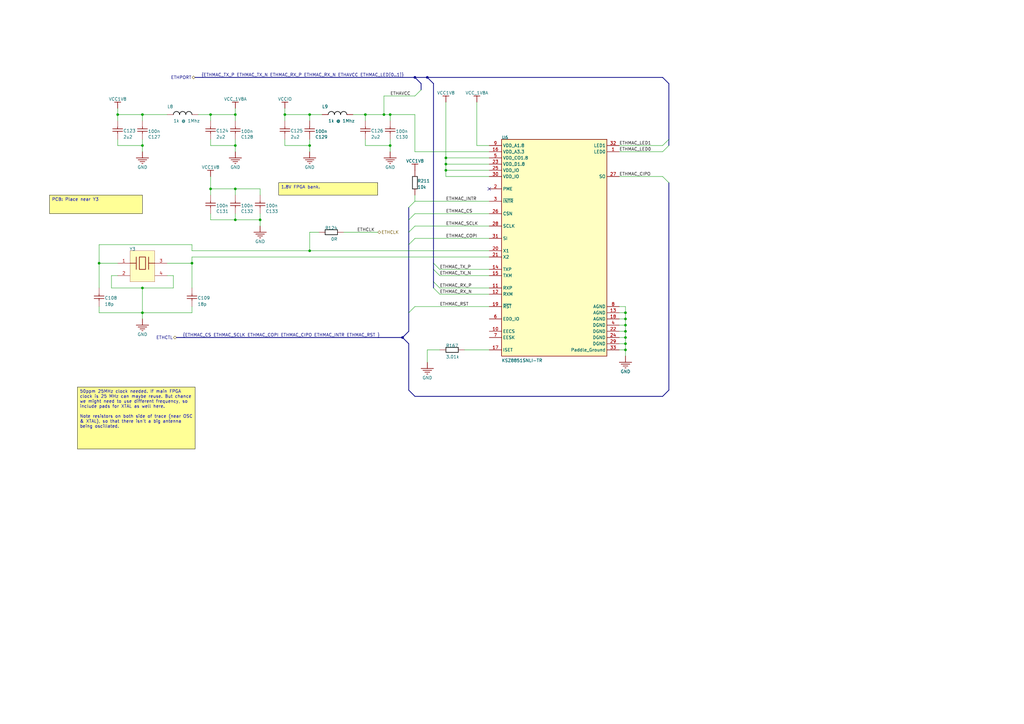
<source format=kicad_sch>
(kicad_sch (version 20231120) (generator "eeschema") (generator_version "8.0")
  (paper "A3")
  (title_block (title "NAE-SONATA-ONE") (date "2024-08-16") (rev "10") (company "NewAE Technology") (comment 2 "Apache-2"))
  (lib_symbols
    (symbol "SONATA-ONE-symbols:GND_POWER_GROUND" (power)
      (property "Reference" "#PWR" (at 0 0 0))
      (property "Value" "GND" (at 0 6.35 0))
      (symbol "GND_POWER_GROUND_0_0"
        (polyline (pts (xy -2.54 -2.54) (xy 2.54 -2.54)) (stroke (width 0.254)))
        (polyline (pts (xy -1.778 -3.302) (xy 1.778 -3.302)) (stroke (width 0.254)))
        (polyline (pts (xy -1.016 -4.064) (xy 1.016 -4.064)) (stroke (width 0.254)))
        (polyline (pts (xy -0.254 -4.826) (xy 0.254 -4.826)) (stroke (width 0.254)))
        (polyline (pts (xy 0 0) (xy 0 -2.54)) (stroke (width 0.254)))
        (pin power_in line (at 0 0 0) (length 0) hide (name "GND") (number ""))
      )
    )
    (symbol "SONATA-ONE-symbols:VCC1V8_BAR" (power)
      (property "Reference" "#PWR" (at 0 0 0))
      (property "Value" "VCC1V8" (at 0 3.81 0))
      (symbol "VCC1V8_BAR_0_0"
        (polyline (pts (xy -1.27 -2.54) (xy 1.27 -2.54)) (stroke (width 0.254)))
        (polyline (pts (xy 0 0) (xy 0 -2.54)) (stroke (width 0.254)))
        (pin power_in line (at 0 0 0) (length 0) hide (name "VCC1V8") (number ""))
      )
    )
    (symbol "SONATA-ONE-symbols:VCCIO_BAR" (power)
      (property "Reference" "#PWR" (at 0 0 0))
      (property "Value" "VCCIO" (at 0 3.81 0))
      (symbol "VCCIO_BAR_0_0"
        (polyline (pts (xy -1.27 -2.54) (xy 1.27 -2.54)) (stroke (width 0.254)))
        (polyline (pts (xy 0 0) (xy 0 -2.54)) (stroke (width 0.254)))
        (pin power_in line (at 0 0 0) (length 0) hide (name "VCCIO") (number ""))
      )
    )
    (symbol "SONATA-ONE-symbols:VCC_1V8A_BAR" (power)
      (property "Reference" "#PWR" (at 0 0 0))
      (property "Value" "VCC_1V8A" (at 0 3.81 0))
      (symbol "VCC_1V8A_BAR_0_0"
        (polyline (pts (xy -1.27 -2.54) (xy 1.27 -2.54)) (stroke (width 0.254)))
        (polyline (pts (xy 0 0) (xy 0 -2.54)) (stroke (width 0.254)))
        (pin power_in line (at 0 0 0) (length 0) hide (name "VCC_1V8A") (number ""))
      )
    )
    (symbol "SONATA-ONE-symbols:root_0_1954b1b3eed228fd5e2ba5f863c4309"
      (symbol "root_0_1954b1b3eed228fd5e2ba5f863c4309_1_0"
        (rectangle (start 48.26 2.54) (end 5.08 -86.36) (stroke (width 0.254) (color 128 0 0 1)) (fill (type background)))
        (pin output line (at 53.34 -2.54 180) (length 5.08) (name "LED0") (number "1"))
        (pin input line (at 0 -76.2 0) (length 5.08) (name "EECS") (number "10"))
        (pin bidirectional line (at 0 -58.42 0) (length 5.08) (name "RXP") (number "11"))
        (pin bidirectional line (at 0 -60.96 0) (length 5.08) (name "RXM") (number "12"))
        (pin power_in line (at 53.34 -68.58 180) (length 5.08) (name "AGND") (number "13"))
        (pin bidirectional line (at 0 -50.8 0) (length 5.08) (name "TXP") (number "14"))
        (pin bidirectional line (at 0 -53.34 0) (length 5.08) (name "TXM") (number "15"))
        (pin power_in line (at 0 -2.54 0) (length 5.08) (name "VDD_A3.3") (number "16"))
        (pin output line (at 0 -83.82 0) (length 5.08) (name "ISET") (number "17"))
        (pin power_in line (at 53.34 -71.12 180) (length 5.08) (name "AGND") (number "18"))
        (pin input line (at 0 -66.04 0) (length 5.08) (name "~{RST}") (number "19"))
        (pin input line (at 0 -17.78 0) (length 5.08) (name "PME") (number "2"))
        (pin input line (at 0 -43.18 0) (length 5.08) (name "X1") (number "20"))
        (pin output line (at 0 -45.72 0) (length 5.08) (name "X2") (number "21"))
        (pin power_in line (at 53.34 -76.2 180) (length 5.08) (name "DGND") (number "22"))
        (pin power_in line (at 0 -7.62 0) (length 5.08) (name "VDD_D1.8") (number "23"))
        (pin power_in line (at 53.34 -78.74 180) (length 5.08) (name "DGND") (number "24"))
        (pin power_in line (at 0 -10.16 0) (length 5.08) (name "VDD_IO") (number "25"))
        (pin input line (at 0 -27.94 0) (length 5.08) (name "CSN") (number "26"))
        (pin output line (at 53.34 -12.7 180) (length 5.08) (name "SO") (number "27"))
        (pin input line (at 0 -33.02 0) (length 5.08) (name "SCLK") (number "28"))
        (pin power_in line (at 53.34 -81.28 180) (length 5.08) (name "DGND") (number "29"))
        (pin input line (at 0 -22.86 0) (length 5.08) (name "~{INTR}") (number "3"))
        (pin power_in line (at 0 -12.7 0) (length 5.08) (name "VDD_IO") (number "30"))
        (pin input line (at 0 -38.1 0) (length 5.08) (name "SI") (number "31"))
        (pin output line (at 53.34 0 180) (length 5.08) (name "LED1") (number "32"))
        (pin passive line (at 53.34 -83.82 180) (length 5.08) (name "Paddle_Ground") (number "33"))
        (pin power_in line (at 53.34 -73.66 180) (length 5.08) (name "DGND") (number "4"))
        (pin power_in line (at 0 -5.08 0) (length 5.08) (name "VDD_CO1.8") (number "5"))
        (pin bidirectional line (at 0 -71.12 0) (length 5.08) (name "EDD_IO") (number "6"))
        (pin input line (at 0 -78.74 0) (length 5.08) (name "EESK") (number "7"))
        (pin power_in line (at 53.34 -66.04 180) (length 5.08) (name "AGND") (number "8"))
        (pin power_in line (at 0 0 0) (length 5.08) (name "VDD_A1.8") (number "9"))
      )
    )
    (symbol "SONATA-ONE-symbols:root_0_CAP"
      (symbol "root_0_CAP_1_0"
        (polyline (pts (xy -2.032 1.778) (xy 2.032 1.778)) (stroke (width 0.254)))
        (polyline (pts (xy 0 0) (xy 0 0.762)) (stroke (width 0.254)))
        (polyline (pts (xy 0 2.54) (xy 0 1.778)) (stroke (width 0.254)))
        (polyline (pts (xy 2.032 0.762) (xy -2.032 0.762)) (stroke (width 0.254)))
        (pin passive line (at 0 5.08 270) (length 2.54) (name "1") (number "1"))
        (pin passive line (at 0 -2.54 90) (length 2.54) (name "2") (number "2"))
      )
    )
    (symbol "SONATA-ONE-symbols:root_0_H130B-12.000-16-2525-EXT-TR"
      (symbol "root_0_H130B-12.000-16-2525-EXT-TR_1_0"
        (polyline (pts (xy 5.08 0) (xy 7.62 0)) (stroke (width 0.254)))
        (polyline (pts (xy 7.62 2.54) (xy 7.62 -2.54)) (stroke (width 0.254)))
        (polyline (pts (xy 12.7 0) (xy 15.24 0)) (stroke (width 0.254)))
        (polyline (pts (xy 12.7 2.54) (xy 12.7 -2.54)) (stroke (width 0.254)))
        (polyline (pts (xy 8.89 2.54) (xy 8.89 -2.54) (xy 11.43 -2.54) (xy 11.43 2.54) (xy 8.89 2.54)) (stroke (width 0.254)))
        (rectangle (start 15.24 5.08) (end 5.08 -7.62) (stroke (width 0.0254) (color 128 0 0 1)) (fill (type background)))
        (pin passive line (at 0 0 0) (length 5.08) (name "1") (number "1"))
        (pin passive line (at 0 -5.08 0) (length 5.08) (name "2") (number "2"))
        (pin passive line (at 20.32 0 180) (length 5.08) (name "3") (number "3"))
        (pin passive line (at 20.32 -5.08 180) (length 5.08) (name "4") (number "4"))
      )
    )
    (symbol "SONATA-ONE-symbols:root_0_IND"
      (symbol "root_0_IND_1_0"
        (arc (start -2.54 0) (mid -3.81 1.27) (end -5.08 0) (stroke (width 0.254) (color 0 0 0 1)))
        (arc (start 0 0) (mid -1.27 1.27) (end -2.54 0) (stroke (width 0.254) (color 0 0 0 1)))
        (arc (start 2.54 0) (mid 1.27 1.27) (end 0 0) (stroke (width 0.254) (color 0 0 0 1)))
        (pin passive line (at -7.62 0 0) (length 2.54) (name "1") (number "1"))
        (pin passive line (at 5.08 0 180) (length 2.54) (name "2") (number "2"))
      )
    )
    (symbol "SONATA-ONE-symbols:root_0_RES-EU"
      (symbol "root_0_RES-EU_1_0"
        (rectangle (start 1.016 2.54) (end -1.016 -2.54) (stroke (width 0.254) (color 0 0 0 1)))
        (pin passive line (at 0 5.08 270) (length 2.54) (name "1") (number "1"))
        (pin passive line (at 0 -5.08 90) (length 2.54) (name "2") (number "2"))
      )
    )
    (symbol "SONATA-ONE-symbols:root_1_RES-EU"
      (symbol "root_1_RES-EU_1_0"
        (rectangle (start 2.54 1.016) (end -2.54 -1.016) (stroke (width 0.254) (color 0 0 0 1)))
        (pin passive line (at -5.08 0 0) (length 2.54) (name "1") (number "1"))
        (pin passive line (at 5.08 0 180) (length 2.54) (name "2") (number "2"))
      )
    )
  )
  (junction (at 256.54 135.89))
  (junction (at 256.54 133.35))
  (junction (at 48.26 46.99))
  (junction (at 165.1 138.43))
  (junction (at 175.26 31.75))
  (junction (at 86.36 77.47))
  (junction (at 160.02 59.69))
  (junction (at 58.42 128.27))
  (junction (at 182.88 64.77))
  (junction (at 116.84 46.99))
  (junction (at 106.68 90.17))
  (junction (at 160.02 46.99))
  (junction (at 149.86 46.99))
  (junction (at 58.42 46.99))
  (junction (at 127 102.87))
  (junction (at 96.52 77.47))
  (junction (at 256.54 143.51))
  (junction (at 86.36 46.99))
  (junction (at 96.52 90.17))
  (junction (at 256.54 128.27))
  (junction (at 127 46.99))
  (junction (at 96.52 46.99))
  (junction (at 58.42 118.11))
  (junction (at 256.54 138.43))
  (junction (at 96.52 59.69))
  (junction (at 182.88 67.31))
  (junction (at 256.54 140.97))
  (junction (at 182.88 69.85))
  (junction (at 127 59.69))
  (junction (at 256.54 130.81))
  (junction (at 58.42 59.69))
  (junction (at 170.18 31.75))
  (junction (at 40.64 107.95))
  (junction (at 78.74 107.95))
  (junction (at 157.48 46.99))
  (no_connect (at 200.66 77.47))
  (bus_entry (at 177.8 107.95) (size 2.54 2.54))
  (bus_entry (at 170.18 97.79) (size -2.54 2.54))
  (bus_entry (at 170.18 82.55) (size -2.54 2.54))
  (bus_entry (at 271.78 59.69) (size 2.54 -2.54))
  (bus_entry (at 170.18 92.71) (size -2.54 2.54))
  (bus_entry (at 170.18 87.63) (size -2.54 2.54))
  (bus_entry (at 170.18 125.73) (size -2.54 2.54))
  (bus_entry (at 177.8 110.49) (size 2.54 2.54))
  (bus_entry (at 271.78 72.39) (size 2.54 2.54))
  (bus_entry (at 177.8 115.57) (size 2.54 2.54))
  (bus_entry (at 271.78 62.23) (size 2.54 -2.54))
  (bus_entry (at 177.8 118.11) (size 2.54 2.54))
  (bus_entry (at 170.18 39.37) (size 2.54 -2.54))
  (bus (pts (xy 170.18 31.75) (xy 175.26 31.75)))
  (wire (pts (xy 195.58 59.69) (xy 195.58 41.91)))
  (wire (pts (xy 86.36 59.69) (xy 96.52 59.69)))
  (wire (pts (xy 200.66 69.85) (xy 182.88 69.85)))
  (wire (pts (xy 170.18 46.99) (xy 160.02 46.99)))
  (bus (pts (xy 172.72 34.29) (xy 170.18 31.75)))
  (wire (pts (xy 71.12 118.11) (xy 71.12 113.03)))
  (wire (pts (xy 48.26 57.15) (xy 48.26 59.69)))
  (bus (pts (xy 72.39 138.43) (xy 165.1 138.43)))
  (wire (pts (xy 200.66 143.51) (xy 190.5 143.51)))
  (wire (pts (xy 170.18 125.73) (xy 200.66 125.73)))
  (wire (pts (xy 170.18 87.63) (xy 200.66 87.63)))
  (wire (pts (xy 254 135.89) (xy 256.54 135.89)))
  (wire (pts (xy 170.18 82.55) (xy 200.66 82.55)))
  (wire (pts (xy 254 130.81) (xy 256.54 130.81)))
  (wire (pts (xy 144.78 46.99) (xy 149.86 46.99)))
  (wire (pts (xy 71.12 113.03) (xy 68.58 113.03)))
  (wire (pts (xy 86.36 90.17) (xy 86.36 87.63)))
  (bus (pts (xy 274.32 74.93) (xy 274.32 160.02)))
  (wire (pts (xy 116.84 44.45) (xy 116.84 46.99)))
  (wire (pts (xy 132.08 46.99) (xy 127 46.99)))
  (wire (pts (xy 78.74 107.95) (xy 68.58 107.95)))
  (bus (pts (xy 274.32 57.15) (xy 274.32 59.69)))
  (wire (pts (xy 116.84 46.99) (xy 116.84 49.53)))
  (wire (pts (xy 127 102.87) (xy 78.74 102.87)))
  (wire (pts (xy 58.42 118.11) (xy 58.42 128.27)))
  (bus (pts (xy 167.64 160.02) (xy 167.64 140.97)))
  (wire (pts (xy 200.66 113.03) (xy 180.34 113.03)))
  (bus (pts (xy 170.18 162.56) (xy 167.64 160.02)))
  (wire (pts (xy 149.86 57.15) (xy 149.86 59.69)))
  (bus (pts (xy 172.72 36.83) (xy 172.72 34.29)))
  (wire (pts (xy 86.36 77.47) (xy 86.36 72.39)))
  (wire (pts (xy 58.42 59.69) (xy 58.42 57.15)))
  (wire (pts (xy 116.84 57.15) (xy 116.84 59.69)))
  (wire (pts (xy 256.54 143.51) (xy 256.54 146.05)))
  (wire (pts (xy 170.18 80.01) (xy 170.18 82.55)))
  (wire (pts (xy 200.66 72.39) (xy 182.88 72.39)))
  (wire (pts (xy 106.68 90.17) (xy 106.68 92.71)))
  (wire (pts (xy 106.68 90.17) (xy 96.52 90.17)))
  (wire (pts (xy 254 143.51) (xy 256.54 143.51)))
  (bus (pts (xy 274.32 34.29) (xy 274.32 57.15)))
  (wire (pts (xy 200.66 105.41) (xy 78.74 105.41)))
  (wire (pts (xy 182.88 69.85) (xy 182.88 67.31)))
  (wire (pts (xy 170.18 62.23) (xy 170.18 46.99)))
  (wire (pts (xy 48.26 46.99) (xy 48.26 49.53)))
  (wire (pts (xy 140.97 95.25) (xy 154.94 95.25)))
  (wire (pts (xy 149.86 59.69) (xy 160.02 59.69)))
  (wire (pts (xy 40.64 100.33) (xy 78.74 100.33)))
  (bus (pts (xy 167.64 95.25) (xy 167.64 100.33)))
  (wire (pts (xy 58.42 46.99) (xy 58.42 49.53)))
  (wire (pts (xy 96.52 46.99) (xy 96.52 44.45)))
  (wire (pts (xy 127 57.15) (xy 127 59.69)))
  (wire (pts (xy 96.52 87.63) (xy 96.52 90.17)))
  (wire (pts (xy 40.64 100.33) (xy 40.64 107.95)))
  (wire (pts (xy 96.52 90.17) (xy 86.36 90.17)))
  (wire (pts (xy 182.88 64.77) (xy 182.88 67.31)))
  (wire (pts (xy 200.66 102.87) (xy 127 102.87)))
  (wire (pts (xy 149.86 49.53) (xy 149.86 46.99)))
  (wire (pts (xy 200.66 62.23) (xy 170.18 62.23)))
  (wire (pts (xy 96.52 46.99) (xy 96.52 49.53)))
  (wire (pts (xy 127 46.99) (xy 127 49.53)))
  (wire (pts (xy 157.48 46.99) (xy 157.48 39.37)))
  (bus (pts (xy 177.8 34.29) (xy 175.26 31.75)))
  (wire (pts (xy 86.36 57.15) (xy 86.36 59.69)))
  (bus (pts (xy 177.8 110.49) (xy 177.8 107.95)))
  (wire (pts (xy 256.54 138.43) (xy 256.54 140.97)))
  (wire (pts (xy 58.42 118.11) (xy 71.12 118.11)))
  (wire (pts (xy 48.26 59.69) (xy 58.42 59.69)))
  (bus (pts (xy 177.8 107.95) (xy 177.8 34.29)))
  (wire (pts (xy 254 72.39) (xy 271.78 72.39)))
  (wire (pts (xy 254 62.23) (xy 271.78 62.23)))
  (wire (pts (xy 86.36 46.99) (xy 96.52 46.99)))
  (wire (pts (xy 45.72 118.11) (xy 58.42 118.11)))
  (wire (pts (xy 175.26 148.59) (xy 175.26 143.51)))
  (wire (pts (xy 157.48 46.99) (xy 160.02 46.99)))
  (wire (pts (xy 170.18 92.71) (xy 200.66 92.71)))
  (wire (pts (xy 254 125.73) (xy 256.54 125.73)))
  (wire (pts (xy 40.64 118.11) (xy 40.64 107.95)))
  (wire (pts (xy 86.36 49.53) (xy 86.36 46.99)))
  (wire (pts (xy 78.74 128.27) (xy 58.42 128.27)))
  (wire (pts (xy 160.02 62.23) (xy 160.02 59.69)))
  (wire (pts (xy 78.74 118.11) (xy 78.74 107.95)))
  (bus (pts (xy 175.26 31.75) (xy 271.78 31.75)))
  (wire (pts (xy 254 133.35) (xy 256.54 133.35)))
  (wire (pts (xy 40.64 128.27) (xy 40.64 125.73)))
  (wire (pts (xy 182.88 64.77) (xy 182.88 41.91)))
  (wire (pts (xy 256.54 128.27) (xy 256.54 130.81)))
  (wire (pts (xy 256.54 140.97) (xy 256.54 143.51)))
  (wire (pts (xy 256.54 130.81) (xy 256.54 133.35)))
  (bus (pts (xy 271.78 162.56) (xy 170.18 162.56)))
  (wire (pts (xy 48.26 113.03) (xy 45.72 113.03)))
  (bus (pts (xy 167.64 128.27) (xy 167.64 135.89)))
  (wire (pts (xy 127 95.25) (xy 127 102.87)))
  (wire (pts (xy 48.26 44.45) (xy 48.26 46.99)))
  (wire (pts (xy 170.18 97.79) (xy 200.66 97.79)))
  (bus (pts (xy 167.64 90.17) (xy 167.64 95.25)))
  (wire (pts (xy 200.66 120.65) (xy 180.34 120.65)))
  (wire (pts (xy 256.54 135.89) (xy 256.54 138.43)))
  (bus (pts (xy 167.64 135.89) (xy 165.1 138.43)))
  (wire (pts (xy 116.84 46.99) (xy 127 46.99)))
  (wire (pts (xy 175.26 143.51) (xy 180.34 143.51)))
  (wire (pts (xy 48.26 46.99) (xy 58.42 46.99)))
  (wire (pts (xy 106.68 80.01) (xy 106.68 77.47)))
  (wire (pts (xy 200.66 59.69) (xy 195.58 59.69)))
  (wire (pts (xy 45.72 113.03) (xy 45.72 118.11)))
  (wire (pts (xy 254 128.27) (xy 256.54 128.27)))
  (wire (pts (xy 40.64 107.95) (xy 48.26 107.95)))
  (wire (pts (xy 78.74 102.87) (xy 78.74 100.33)))
  (wire (pts (xy 160.02 46.99) (xy 160.02 49.53)))
  (bus (pts (xy 165.1 138.43) (xy 167.64 140.97)))
  (wire (pts (xy 78.74 125.73) (xy 78.74 128.27)))
  (wire (pts (xy 58.42 62.23) (xy 58.42 59.69)))
  (bus (pts (xy 177.8 118.11) (xy 177.8 115.57)))
  (wire (pts (xy 160.02 59.69) (xy 160.02 57.15)))
  (bus (pts (xy 177.8 115.57) (xy 177.8 110.49)))
  (wire (pts (xy 78.74 105.41) (xy 78.74 107.95)))
  (wire (pts (xy 81.28 46.99) (xy 86.36 46.99)))
  (wire (pts (xy 96.52 77.47) (xy 86.36 77.47)))
  (wire (pts (xy 106.68 77.47) (xy 96.52 77.47)))
  (wire (pts (xy 116.84 59.69) (xy 127 59.69)))
  (wire (pts (xy 200.66 67.31) (xy 182.88 67.31)))
  (wire (pts (xy 58.42 46.99) (xy 68.58 46.99)))
  (wire (pts (xy 58.42 128.27) (xy 58.42 130.81)))
  (wire (pts (xy 96.52 62.23) (xy 96.52 59.69)))
  (wire (pts (xy 256.54 125.73) (xy 256.54 128.27)))
  (wire (pts (xy 86.36 77.47) (xy 86.36 80.01)))
  (wire (pts (xy 200.66 64.77) (xy 182.88 64.77)))
  (bus (pts (xy 274.32 34.29) (xy 271.78 31.75)))
  (wire (pts (xy 254 59.69) (xy 271.78 59.69)))
  (bus (pts (xy 167.64 85.09) (xy 167.64 90.17)))
  (bus (pts (xy 80.01 31.75) (xy 170.18 31.75)))
  (wire (pts (xy 254 140.97) (xy 256.54 140.97)))
  (wire (pts (xy 96.52 59.69) (xy 96.52 57.15)))
  (bus (pts (xy 167.64 100.33) (xy 167.64 128.27)))
  (wire (pts (xy 127 95.25) (xy 130.81 95.25)))
  (wire (pts (xy 96.52 80.01) (xy 96.52 77.47)))
  (wire (pts (xy 200.66 118.11) (xy 180.34 118.11)))
  (wire (pts (xy 200.66 110.49) (xy 180.34 110.49)))
  (wire (pts (xy 157.48 39.37) (xy 170.18 39.37)))
  (wire (pts (xy 254 138.43) (xy 256.54 138.43)))
  (wire (pts (xy 256.54 133.35) (xy 256.54 135.89)))
  (bus (pts (xy 274.32 160.02) (xy 271.78 162.56)))
  (wire (pts (xy 182.88 72.39) (xy 182.88 69.85)))
  (wire (pts (xy 127 59.69) (xy 127 62.23)))
  (wire (pts (xy 149.86 46.99) (xy 157.48 46.99)))
  (wire (pts (xy 106.68 87.63) (xy 106.68 90.17)))
  (wire (pts (xy 58.42 128.27) (xy 40.64 128.27)))
  (text_box "50ppm 25MHz clock needed. If main FPGA clock is 25 MHz can maybe reuse. But chance we might need to use different frequency, so include pads for XTAL as well here.\n\nNote resistors on both side of trace (near OSC & XTAL), so that there isn't a big antenna being oscillated." (at 31.75 158.75 0) (size 48.26 25.4) (stroke (width 0) (color 0 0 0 1)) (fill (type color) (color 255 255 150 1)) (effects (font (size 1.27 1.27)) (justify left top)))
  (text_box "1.8V FPGA bank." (at 114.3 74.93 0) (size 40.64 5.08) (stroke (width 0) (color 0 0 0 1)) (fill (type color) (color 255 255 150 1)) (effects (font (size 1.27 1.27)) (justify left top)))
  (text_box "PCB: Place near Y3" (at 58.42 80.01 0) (size -38.1 7.62) (stroke (width 0) (color 0 0 0 1)) (fill (type color) (color 255 255 150 1)) (effects (font (size 1.27 1.27)) (justify left top)))
  (label "ETHMAC_RX_P" (at 180.34 118.11 0))
  (label "ETHMAC_CS" (at 182.88 87.63 0))
  (label "ETHMAC_TX_P" (at 180.34 110.49 0))
  (label "ETHMAC_LED1" (at 254 59.69 0))
  (label "ETHMAC_INTR" (at 182.88 82.55 0))
  (label "{ETHMAC_CS ETHMAC_SCLK ETHMAC_COPI ETHMAC_CIPO ETHMAC_INTR ETHMAC_RST }" (at 74.93 138.43 0))
  (label "ETHCLK" (at 153.67 95.25 180))
  (label "ETHMAC_CIPO" (at 254 72.39 0))
  (label "ETHAVCC" (at 160.02 39.37 0))
  (label "ETHMAC_RST" (at 180.34 125.73 0))
  (label "{ETHMAC_TX_P ETHMAC_TX_N ETHMAC_RX_P ETHMAC_RX_N ETHAVCC ETHMAC_LED[0..1]}" (at 82.55 31.75 0))
  (label "ETHMAC_TX_N" (at 180.34 113.03 0))
  (label "ETHMAC_LED0" (at 254 62.23 0))
  (label "ETHMAC_SCLK" (at 182.88 92.71 0))
  (label "ETHMAC_RX_N" (at 180.34 120.65 0))
  (label "ETHMAC_COPI" (at 182.88 97.79 0))
  (hierarchical_label "ETHCTL" (shape bidirectional) (at 72.39 138.43 180))
  (hierarchical_label "ETHCLK" (shape bidirectional) (at 154.94 95.25 0))
  (hierarchical_label "ETHPORT" (shape bidirectional) (at 80.01 31.75 180))
  (symbol (lib_id "SONATA-ONE-symbols:root_1_RES-EU") (at 185.42 143.51 0) (unit 1)
    (property "Reference" "R167" (at 182.88 142.494 0) (effects (justify left bottom)))
    (property "Value" "3.01k" (at 182.88 147.066 0) (effects (justify left bottom)))
    (property "Footprint" "SONATA-ONE-LIBRARY:RESC1005X40N" (effects (hide yes)))
    (property "Description" "10k res, 0402, 1%, 1/16W" (effects (hide yes)))
    (property "MANUFACTURE PART NUMBER 1" "RC0402FR-073K01L" (effects (hide yes)))
  )
  (symbol (lib_id "SONATA-ONE-symbols:GND_POWER_GROUND") (at 58.42 130.81 0) (unit 1)
    (property "Reference" "#PWR0173" (effects (hide yes)))
    (property "Value" "GND" (at 58.42 137.16 0))
    (property "Description" "Power symbol creates a global label with name 'GND'" (effects (hide yes)))
  )
  (symbol (lib_id "SONATA-ONE-symbols:VCC1V8_BAR") (at 48.26 44.45 180) (unit 1)
    (property "Reference" "#PWR0171" (effects (hide yes)))
    (property "Value" "VCC1V8" (at 48.26 40.64 0))
    (property "Description" "Power symbol creates a global label with name 'VCC1V8'" (effects (hide yes)))
  )
  (symbol (lib_id "SONATA-ONE-symbols:root_0_RES-EU") (at 170.18 74.93 0) (unit 1)
    (property "Reference" "R211" (at 171.196 74.93 0) (effects (justify left bottom)))
    (property "Value" "10k" (at 171.196 77.47 0) (effects (justify left bottom)))
    (property "Footprint" "SONATA-ONE-LIBRARY:RESC1005X40N" (effects (hide yes)))
    (property "Description" "10k res, 0402, 1%, 1/16W" (effects (hide yes)))
    (property "MANUFACTURE PART NUMBER 1" "RC0402FR-0710KL" (effects (hide yes)))
  )
  (symbol (lib_id "SONATA-ONE-symbols:GND_POWER_GROUND") (at 256.54 146.05 0) (unit 1)
    (property "Reference" "#PWR0188" (effects (hide yes)))
    (property "Value" "GND" (at 256.54 152.4 0))
    (property "Description" "Power symbol creates a global label with name 'GND'" (effects (hide yes)))
  )
  (symbol (lib_id "SONATA-ONE-symbols:root_0_CAP") (at 116.84 54.61 0) (unit 1)
    (property "Reference" "C125" (at 119.126 54.356 0) (effects (justify left bottom)))
    (property "Value" "2u2" (at 119.126 56.896 0) (effects (justify left bottom)))
    (property "Footprint" "SONATA-ONE-LIBRARY:CAPC0603_M" (effects (hide yes)))
    (property "Description" "100n, 0402" (effects (hide yes)))
    (property "MANUFACTURE PART NUMBER 1" "CL10B225KP8NNNC" (effects (hide yes)))
  )
  (symbol (lib_id "SONATA-ONE-symbols:root_0_CAP") (at 48.26 54.61 0) (unit 1)
    (property "Reference" "C123" (at 50.546 54.356 0) (effects (justify left bottom)))
    (property "Value" "2u2" (at 50.546 56.896 0) (effects (justify left bottom)))
    (property "Footprint" "SONATA-ONE-LIBRARY:CAPC0603_M" (effects (hide yes)))
    (property "Description" "100n, 0402" (effects (hide yes)))
    (property "MANUFACTURE PART NUMBER 1" "CL10B225KP8NNNC" (effects (hide yes)))
  )
  (symbol (lib_id "SONATA-ONE-symbols:root_0_CAP") (at 96.52 85.09 0) (unit 1)
    (property "Reference" "C132" (at 98.806 87.376 0) (effects (justify left bottom)))
    (property "Value" "100n" (at 98.806 85.09 0) (effects (justify left bottom)))
    (property "Footprint" "SONATA-ONE-LIBRARY:CAPC0402_M" (effects (hide yes)))
    (property "Description" "100n, 0402" (effects (hide yes)))
  )
  (symbol (lib_id "SONATA-ONE-symbols:VCC1V8_BAR") (at 86.36 72.39 180) (unit 1)
    (property "Reference" "#PWR0174" (effects (hide yes)))
    (property "Value" "VCC1V8" (at 86.36 68.58 0))
    (property "Description" "Power symbol creates a global label with name 'VCC1V8'" (effects (hide yes)))
  )
  (symbol (lib_id "SONATA-ONE-symbols:root_0_IND") (at 139.7 46.99 0) (unit 1)
    (property "Reference" "L9" (at 132.08 44.45 0) (effects (justify left bottom)))
    (property "Value" "1k @ 1Mhz" (at 134.62 50.292 0) (effects (justify left bottom)))
    (property "Footprint" "SONATA-ONE-LIBRARY:IND_0603" (effects (hide yes)))
    (property "Description" "fixed ind, ferrite, shielded" (effects (hide yes)))
    (property "MANUFACTURE PART NUMBER 1" "FBMH1608HM102-T\nFBMH1608HM102-T\nFBMH1608HM102-T\nFBMH1608HM102-T" (effects (hide yes)))
  )
  (symbol (lib_id "SONATA-ONE-symbols:root_0_CAP") (at 78.74 123.19 0) (unit 1)
    (property "Reference" "C109" (at 81.026 122.936 0) (effects (justify left bottom)))
    (property "Value" "18p" (at 81.026 125.476 0) (effects (justify left bottom)))
    (property "Footprint" "SONATA-ONE-LIBRARY:CAPC0402_M" (effects (hide yes)))
    (property "Description" "100n, 0402" (effects (hide yes)))
    (property "MANUFACTURE PART NUMBER 1" "GRM1555C1H180JA01D" (effects (hide yes)))
  )
  (symbol (lib_id "SONATA-ONE-symbols:GND_POWER_GROUND") (at 175.26 148.59 0) (unit 1)
    (property "Reference" "#PWR0185" (effects (hide yes)))
    (property "Value" "GND" (at 175.26 154.94 0))
    (property "Description" "Power symbol creates a global label with name 'GND'" (effects (hide yes)))
  )
  (symbol (lib_id "SONATA-ONE-symbols:root_0_IND") (at 76.2 46.99 0) (unit 1)
    (property "Reference" "L8" (at 68.58 44.45 0) (effects (justify left bottom)))
    (property "Value" "1k @ 1Mhz" (at 71.12 50.292 0) (effects (justify left bottom)))
    (property "Footprint" "SONATA-ONE-LIBRARY:IND_0603" (effects (hide yes)))
    (property "Description" "fixed ind, ferrite, shielded" (effects (hide yes)))
    (property "MANUFACTURE PART NUMBER 1" "FBMH1608HM102-T\nFBMH1608HM102-T\nFBMH1608HM102-T\nFBMH1608HM102-T" (effects (hide yes)))
  )
  (symbol (lib_id "SONATA-ONE-symbols:VCC_1V8A_BAR") (at 195.58 41.91 180) (unit 1)
    (property "Reference" "#PWR0187" (effects (hide yes)))
    (property "Value" "VCC_1V8A" (at 195.58 38.1 0))
    (property "Description" "Power symbol creates a global label with name 'VCC_1V8A'" (effects (hide yes)))
  )
  (symbol (lib_id "SONATA-ONE-symbols:GND_POWER_GROUND") (at 127 62.23 0) (unit 1)
    (property "Reference" "#PWR0182" (effects (hide yes)))
    (property "Value" "GND" (at 127 68.58 0))
    (property "Description" "Power symbol creates a global label with name 'GND'" (effects (hide yes)))
  )
  (symbol (lib_id "SONATA-ONE-symbols:root_0_CAP") (at 40.64 123.19 0) (unit 1)
    (property "Reference" "C108" (at 42.926 122.936 0) (effects (justify left bottom)))
    (property "Value" "18p" (at 42.926 125.476 0) (effects (justify left bottom)))
    (property "Footprint" "SONATA-ONE-LIBRARY:CAPC0402_M" (effects (hide yes)))
    (property "Description" "100n, 0402" (effects (hide yes)))
    (property "MANUFACTURE PART NUMBER 1" "GRM1555C1H180JA01D" (effects (hide yes)))
  )
  (symbol (lib_id "SONATA-ONE-symbols:root_0_CAP") (at 58.42 54.61 0) (unit 1)
    (property "Reference" "C127" (at 60.706 56.896 0) (effects (justify left bottom)))
    (property "Value" "100n" (at 60.706 54.61 0) (effects (justify left bottom)))
    (property "Footprint" "SONATA-ONE-LIBRARY:CAPC0402_M" (effects (hide yes)))
    (property "Description" "100n, 0402" (effects (hide yes)))
  )
  (symbol (lib_id "SONATA-ONE-symbols:root_0_1954b1b3eed228fd5e2ba5f863c4309") (at 200.66 59.69 0) (unit 1)
    (property "Reference" "U6" (at 205.74 57.15 0) (effects (justify left bottom)))
    (property "Value" "KSZ8851SNLI-TR" (at 205.74 148.59 0) (effects (justify left bottom)))
    (property "Footprint" "SONATA-ONE-LIBRARY:FP-QFN55-32LD-PL-5-IPC_C" (effects (hide yes)))
    (property "Description" "IC ETHERNET CTLR 1PORT PCI 32MLF" (effects (hide yes)))
  )
  (symbol (lib_id "SONATA-ONE-symbols:root_0_CAP") (at 86.36 54.61 0) (unit 1)
    (property "Reference" "C124" (at 88.646 54.356 0) (effects (justify left bottom)))
    (property "Value" "2u2" (at 88.646 56.896 0) (effects (justify left bottom)))
    (property "Footprint" "SONATA-ONE-LIBRARY:CAPC0603_M" (effects (hide yes)))
    (property "Description" "100n, 0402" (effects (hide yes)))
    (property "MANUFACTURE PART NUMBER 1" "CL10B225KP8NNNC" (effects (hide yes)))
  )
  (symbol (lib_id "SONATA-ONE-symbols:root_0_CAP") (at 106.68 85.09 0) (unit 1)
    (property "Reference" "C133" (at 108.966 87.376 0) (effects (justify left bottom)))
    (property "Value" "100n" (at 108.966 85.09 0) (effects (justify left bottom)))
    (property "Footprint" "SONATA-ONE-LIBRARY:CAPC0402_M" (effects (hide yes)))
    (property "Description" "100n, 0402" (effects (hide yes)))
  )
  (symbol (lib_id "SONATA-ONE-symbols:root_0_CAP") (at 127 54.61 0) (unit 1)
    (property "Reference" "C129" (at 129.286 56.896 0) (effects (justify left bottom)))
    (property "Value" "100n" (at 129.286 54.61 0) (effects (justify left bottom)))
    (property "Footprint" "SONATA-ONE-LIBRARY:CAPC0402_M" (effects (hide yes)))
    (property "Description" "100n, 0402" (effects (hide yes)))
  )
  (symbol (lib_id "SONATA-ONE-symbols:VCC_1V8A_BAR") (at 96.52 44.45 180) (unit 1)
    (property "Reference" "#PWR0175" (effects (hide yes)))
    (property "Value" "VCC_1V8A" (at 96.52 40.64 0))
    (property "Description" "Power symbol creates a global label with name 'VCC_1V8A'" (effects (hide yes)))
  )
  (symbol (lib_id "SONATA-ONE-symbols:root_0_CAP") (at 160.02 54.61 0) (unit 1)
    (property "Reference" "C130" (at 162.306 56.896 0) (effects (justify left bottom)))
    (property "Value" "100n" (at 162.306 54.61 0) (effects (justify left bottom)))
    (property "Footprint" "SONATA-ONE-LIBRARY:CAPC0402_M" (effects (hide yes)))
    (property "Description" "100n, 0402" (effects (hide yes)))
  )
  (symbol (lib_id "SONATA-ONE-symbols:root_0_CAP") (at 96.52 54.61 0) (unit 1)
    (property "Reference" "C128" (at 98.806 56.896 0) (effects (justify left bottom)))
    (property "Value" "100n" (at 98.806 54.61 0) (effects (justify left bottom)))
    (property "Footprint" "SONATA-ONE-LIBRARY:CAPC0402_M" (effects (hide yes)))
    (property "Description" "100n, 0402" (effects (hide yes)))
  )
  (symbol (lib_id "SONATA-ONE-symbols:root_0_CAP") (at 149.86 54.61 0) (unit 1)
    (property "Reference" "C126" (at 152.146 54.356 0) (effects (justify left bottom)))
    (property "Value" "2u2" (at 152.146 56.896 0) (effects (justify left bottom)))
    (property "Footprint" "SONATA-ONE-LIBRARY:CAPC0603_M" (effects (hide yes)))
    (property "Description" "100n, 0402" (effects (hide yes)))
    (property "MANUFACTURE PART NUMBER 1" "CL10B225KP8NNNC" (effects (hide yes)))
  )
  (symbol (lib_id "SONATA-ONE-symbols:VCCIO_BAR") (at 116.84 44.45 180) (unit 1)
    (property "Reference" "#PWR0178" (effects (hide yes)))
    (property "Value" "VCCIO" (at 116.84 40.64 0))
    (property "Description" "Power symbol creates a global label with name 'VCCIO'" (effects (hide yes)))
  )
  (symbol (lib_id "SONATA-ONE-symbols:GND_POWER_GROUND") (at 58.42 62.23 0) (unit 1)
    (property "Reference" "#PWR0172" (effects (hide yes)))
    (property "Value" "GND" (at 58.42 68.58 0))
    (property "Description" "Power symbol creates a global label with name 'GND'" (effects (hide yes)))
  )
  (symbol (lib_id "SONATA-ONE-symbols:root_0_H130B-12.000-16-2525-EXT-TR") (at 48.26 107.95 0) (unit 1)
    (property "Reference" "Y3" (at 53.086 102.87 0) (effects (justify left bottom)))
    (property "Value" "H130B-12.000-16-2525-EXT-TR" (effects (hide yes)))
    (property "Footprint" "SONATA-ONE-LIBRARY:5x3.2MM XTAL" (effects (hide yes)))
    (property "Description" "12MHz ±25ppm Crystal 16pF 35 Ohms 4-SMD, No Lead" (effects (hide yes)))
    (property "MANUFACTURE PART NUMBER 1" "H130B-25.000-18-1030-EXT-TR" (effects (hide yes)))
  )
  (symbol (lib_id "SONATA-ONE-symbols:root_0_CAP") (at 86.36 85.09 0) (unit 1)
    (property "Reference" "C131" (at 88.646 87.376 0) (effects (justify left bottom)))
    (property "Value" "100n" (at 88.646 85.09 0) (effects (justify left bottom)))
    (property "Footprint" "SONATA-ONE-LIBRARY:CAPC0402_M" (effects (hide yes)))
    (property "Description" "100n, 0402" (effects (hide yes)))
  )
  (symbol (lib_id "SONATA-ONE-symbols:GND_POWER_GROUND") (at 106.68 92.71 0) (unit 1)
    (property "Reference" "#PWR0177" (effects (hide yes)))
    (property "Value" "GND" (at 106.68 99.06 0))
    (property "Description" "Power symbol creates a global label with name 'GND'" (effects (hide yes)))
  )
  (symbol (lib_id "SONATA-ONE-symbols:root_1_RES-EU") (at 135.89 95.25 0) (mirror y) (unit 1)
    (property "Reference" "R124" (at 138.43 94.234 0) (effects (justify left bottom)))
    (property "Value" "0R" (at 138.43 98.806 0) (effects (justify left bottom)))
    (property "Footprint" "SONATA-ONE-LIBRARY:RESC1608X55N" (effects (hide yes)))
    (property "Description" "10k res, 0402, 1%, 1/16W" (effects (hide yes)))
    (property "MANUFACTURE PART NUMBER 1" "RC0603FR-070RL" (effects (hide yes)))
  )
  (symbol (lib_id "SONATA-ONE-symbols:VCC1V8_BAR") (at 182.88 41.91 180) (unit 1)
    (property "Reference" "#PWR0186" (effects (hide yes)))
    (property "Value" "VCC1V8" (at 182.88 38.1 0))
    (property "Description" "Power symbol creates a global label with name 'VCC1V8'" (effects (hide yes)))
  )
  (symbol (lib_id "SONATA-ONE-symbols:GND_POWER_GROUND") (at 160.02 62.23 0) (unit 1)
    (property "Reference" "#PWR0183" (effects (hide yes)))
    (property "Value" "GND" (at 160.02 68.58 0))
    (property "Description" "Power symbol creates a global label with name 'GND'" (effects (hide yes)))
  )
  (symbol (lib_id "SONATA-ONE-symbols:GND_POWER_GROUND") (at 96.52 62.23 0) (unit 1)
    (property "Reference" "#PWR0176" (effects (hide yes)))
    (property "Value" "GND" (at 96.52 68.58 0))
    (property "Description" "Power symbol creates a global label with name 'GND'" (effects (hide yes)))
  )
  (symbol (lib_id "SONATA-ONE-symbols:VCC1V8_BAR") (at 170.18 69.85 180) (unit 1)
    (property "Reference" "#PWR0184" (effects (hide yes)))
    (property "Value" "VCC1V8" (at 170.18 66.04 0))
    (property "Description" "Power symbol creates a global label with name 'VCC1V8'" (effects (hide yes)))
  )
)
</source>
